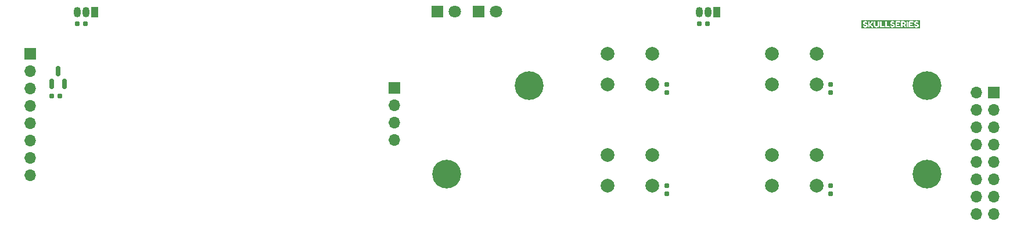
<source format=gts>
G04 #@! TF.GenerationSoftware,KiCad,Pcbnew,(5.99.0-10527-gaaffd0c137)*
G04 #@! TF.CreationDate,2021-08-05T16:46:22-04:00*
G04 #@! TF.ProjectId,miBlackSVR_Top,6d69426c-6163-46b5-9356-525f546f702e,rev?*
G04 #@! TF.SameCoordinates,Original*
G04 #@! TF.FileFunction,Soldermask,Top*
G04 #@! TF.FilePolarity,Negative*
%FSLAX46Y46*%
G04 Gerber Fmt 4.6, Leading zero omitted, Abs format (unit mm)*
G04 Created by KiCad (PCBNEW (5.99.0-10527-gaaffd0c137)) date 2021-08-05 16:46:22*
%MOMM*%
%LPD*%
G01*
G04 APERTURE LIST*
G04 Aperture macros list*
%AMRoundRect*
0 Rectangle with rounded corners*
0 $1 Rounding radius*
0 $2 $3 $4 $5 $6 $7 $8 $9 X,Y pos of 4 corners*
0 Add a 4 corners polygon primitive as box body*
4,1,4,$2,$3,$4,$5,$6,$7,$8,$9,$2,$3,0*
0 Add four circle primitives for the rounded corners*
1,1,$1+$1,$2,$3*
1,1,$1+$1,$4,$5*
1,1,$1+$1,$6,$7*
1,1,$1+$1,$8,$9*
0 Add four rect primitives between the rounded corners*
20,1,$1+$1,$2,$3,$4,$5,0*
20,1,$1+$1,$4,$5,$6,$7,0*
20,1,$1+$1,$6,$7,$8,$9,0*
20,1,$1+$1,$8,$9,$2,$3,0*%
G04 Aperture macros list end*
%ADD10RoundRect,0.160000X0.160000X-0.197500X0.160000X0.197500X-0.160000X0.197500X-0.160000X-0.197500X0*%
%ADD11RoundRect,0.160000X0.197500X0.160000X-0.197500X0.160000X-0.197500X-0.160000X0.197500X-0.160000X0*%
%ADD12C,2.000000*%
%ADD13C,4.203200*%
%ADD14R,1.800000X1.800000*%
%ADD15C,1.800000*%
%ADD16R,1.700000X1.700000*%
%ADD17O,1.700000X1.700000*%
%ADD18RoundRect,0.150000X0.150000X-0.587500X0.150000X0.587500X-0.150000X0.587500X-0.150000X-0.587500X0*%
%ADD19RoundRect,0.160000X-0.197500X-0.160000X0.197500X-0.160000X0.197500X0.160000X-0.197500X0.160000X0*%
%ADD20R,1.050000X1.500000*%
%ADD21O,1.050000X1.500000*%
G04 APERTURE END LIST*
G36*
X255783660Y-69533785D02*
G01*
X255820490Y-69618240D01*
X255783660Y-69702060D01*
X255710000Y-69730000D01*
X255547440Y-69730000D01*
X255547440Y-69505210D01*
X255707460Y-69505210D01*
X255783660Y-69533785D01*
G37*
G36*
X249576126Y-69160000D02*
G01*
X258130000Y-69160000D01*
X258130000Y-70333056D01*
X249576126Y-70333056D01*
X249576126Y-70008148D01*
X249787793Y-70008148D01*
X249820813Y-70081173D01*
X249832243Y-70095143D01*
X249869073Y-70133878D01*
X249926223Y-70173883D01*
X250012583Y-70210078D01*
X250067510Y-70221032D01*
X250125613Y-70224683D01*
X250201954Y-70217204D01*
X250275191Y-70194767D01*
X250345323Y-70157373D01*
X250393583Y-70115939D01*
X250431683Y-70060218D01*
X250456448Y-69992432D01*
X250464703Y-69914803D01*
X250456607Y-69838762D01*
X250432318Y-69775738D01*
X250395964Y-69727637D01*
X250351673Y-69696363D01*
X250301190Y-69675249D01*
X250246263Y-69657628D01*
X250191335Y-69643817D01*
X250140853Y-69634133D01*
X250060208Y-69604923D01*
X250027823Y-69548408D01*
X250055128Y-69493798D01*
X250123708Y-69474113D01*
X250191653Y-69490623D01*
X250211338Y-69507133D01*
X250225943Y-69519833D01*
X250291983Y-69545233D01*
X250337068Y-69529358D01*
X250380883Y-69481733D01*
X250411363Y-69411883D01*
X250399311Y-69392833D01*
X250547253Y-69392833D01*
X250547253Y-70098953D01*
X250554873Y-70163723D01*
X250588528Y-70199918D01*
X250659013Y-70211983D01*
X250724418Y-70203411D01*
X250758073Y-70177693D01*
X250770138Y-70144673D01*
X250772043Y-70100223D01*
X250772043Y-69852573D01*
X251051443Y-70171343D01*
X251129548Y-70224683D01*
X251212733Y-70180868D01*
X251263533Y-70104668D01*
X251221623Y-70025293D01*
X251173919Y-69972509D01*
X251112085Y-69908136D01*
X251036124Y-69832174D01*
X250946033Y-69744623D01*
X250996833Y-69696363D01*
X251069223Y-69626037D01*
X251131453Y-69563648D01*
X251183523Y-69509197D01*
X251225433Y-69462683D01*
X251260069Y-69392833D01*
X251358783Y-69392833D01*
X251358783Y-69775103D01*
X251365212Y-69857971D01*
X251384500Y-69936393D01*
X251416647Y-70010371D01*
X251461653Y-70079903D01*
X251518644Y-70139593D01*
X251590558Y-70186583D01*
X251674378Y-70217063D01*
X251767088Y-70227223D01*
X251859957Y-70217222D01*
X251944253Y-70187218D01*
X252016960Y-70141022D01*
X252075063Y-70082443D01*
X252120624Y-70011958D01*
X252153168Y-69937663D01*
X252172694Y-69859558D01*
X252179203Y-69777643D01*
X252179203Y-69394103D01*
X252179056Y-69392833D01*
X252280803Y-69392833D01*
X252280803Y-70098953D01*
X252288423Y-70163723D01*
X252322078Y-70199918D01*
X252392563Y-70211983D01*
X252849763Y-70211983D01*
X252915803Y-70199283D01*
X252937393Y-70171343D01*
X252943743Y-70117368D01*
X252937393Y-70063393D01*
X252911993Y-70033548D01*
X252851033Y-70024023D01*
X252505593Y-70024023D01*
X252505593Y-69394103D01*
X252505471Y-69392833D01*
X253026293Y-69392833D01*
X253026293Y-70098953D01*
X253033913Y-70163723D01*
X253067568Y-70199918D01*
X253138053Y-70211983D01*
X253595253Y-70211983D01*
X253661293Y-70199283D01*
X253682883Y-70171343D01*
X253689233Y-70117368D01*
X253682883Y-70063393D01*
X253657483Y-70033548D01*
X253596523Y-70024023D01*
X253251083Y-70024023D01*
X253251083Y-70008148D01*
X253752733Y-70008148D01*
X253785753Y-70081173D01*
X253797183Y-70095143D01*
X253834013Y-70133878D01*
X253891163Y-70173883D01*
X253977523Y-70210078D01*
X254032451Y-70221032D01*
X254090553Y-70224683D01*
X254166894Y-70217204D01*
X254240131Y-70194767D01*
X254310263Y-70157373D01*
X254358523Y-70115939D01*
X254396623Y-70060218D01*
X254421388Y-69992432D01*
X254429643Y-69914803D01*
X254421547Y-69838762D01*
X254397258Y-69775738D01*
X254360904Y-69727637D01*
X254316613Y-69696363D01*
X254266131Y-69675249D01*
X254211203Y-69657628D01*
X254156276Y-69643817D01*
X254105793Y-69634133D01*
X254025148Y-69604923D01*
X253992763Y-69548408D01*
X254020068Y-69493798D01*
X254088648Y-69474113D01*
X254156593Y-69490623D01*
X254176278Y-69507133D01*
X254190883Y-69519833D01*
X254256923Y-69545233D01*
X254302008Y-69529358D01*
X254345823Y-69481733D01*
X254376303Y-69411883D01*
X254364251Y-69392833D01*
X254512193Y-69392833D01*
X254512193Y-70098953D01*
X254519813Y-70163723D01*
X254553468Y-70199918D01*
X254623953Y-70211983D01*
X255126873Y-70211983D01*
X255192913Y-70204363D01*
X255228156Y-70170708D01*
X255239903Y-70100223D01*
X255231331Y-70034818D01*
X255205613Y-70001163D01*
X255171958Y-69989098D01*
X255128143Y-69987193D01*
X254736983Y-69987193D01*
X254736983Y-69858923D01*
X254985903Y-69858923D01*
X255051943Y-69851303D01*
X255088138Y-69817648D01*
X255100203Y-69747163D01*
X255091631Y-69681758D01*
X255065913Y-69648103D01*
X255032258Y-69636038D01*
X254988443Y-69634133D01*
X254736983Y-69634133D01*
X254736983Y-69505863D01*
X255126873Y-69505863D01*
X255192913Y-69498243D01*
X255228156Y-69464588D01*
X255239903Y-69394103D01*
X255239737Y-69392833D01*
X255322453Y-69392833D01*
X255322453Y-70097683D01*
X255330073Y-70163723D01*
X255363728Y-70198966D01*
X255434213Y-70210713D01*
X255499618Y-70202141D01*
X255533273Y-70176423D01*
X255545338Y-70142768D01*
X255547243Y-70098953D01*
X255547243Y-69955443D01*
X255707263Y-69955443D01*
X255746633Y-69952903D01*
X255796022Y-70069884D01*
X255829042Y-70146507D01*
X255845693Y-70182773D01*
X255869188Y-70207538D01*
X255909828Y-70219603D01*
X255975233Y-70201823D01*
X256034288Y-70164993D01*
X256053973Y-70120543D01*
X256047745Y-70098953D01*
X256123823Y-70098953D01*
X256131443Y-70163723D01*
X256165098Y-70199918D01*
X256235583Y-70211983D01*
X256300988Y-70203411D01*
X256334643Y-70177693D01*
X256346708Y-70144673D01*
X256348613Y-70100223D01*
X256348613Y-69394103D01*
X256348491Y-69392833D01*
X256450213Y-69392833D01*
X256450213Y-70098953D01*
X256457833Y-70163723D01*
X256491488Y-70199918D01*
X256561973Y-70211983D01*
X257064893Y-70211983D01*
X257130933Y-70204363D01*
X257166176Y-70170708D01*
X257177923Y-70100223D01*
X257169351Y-70034818D01*
X257148971Y-70008148D01*
X257241423Y-70008148D01*
X257274443Y-70081173D01*
X257285873Y-70095143D01*
X257322703Y-70133878D01*
X257379853Y-70173883D01*
X257466213Y-70210078D01*
X257521141Y-70221032D01*
X257579243Y-70224683D01*
X257655584Y-70217204D01*
X257728821Y-70194767D01*
X257798953Y-70157373D01*
X257847213Y-70115939D01*
X257885313Y-70060218D01*
X257910078Y-69992432D01*
X257918333Y-69914803D01*
X257910237Y-69838762D01*
X257885948Y-69775738D01*
X257849594Y-69727637D01*
X257805303Y-69696363D01*
X257754821Y-69675249D01*
X257699893Y-69657628D01*
X257644966Y-69643817D01*
X257594483Y-69634133D01*
X257513838Y-69604923D01*
X257481453Y-69548408D01*
X257508758Y-69493798D01*
X257577338Y-69474113D01*
X257645283Y-69490623D01*
X257664968Y-69507133D01*
X257679573Y-69519833D01*
X257745613Y-69545233D01*
X257790698Y-69529358D01*
X257834513Y-69481733D01*
X257864993Y-69411883D01*
X257825623Y-69349653D01*
X257793873Y-69325523D01*
X257706878Y-69285518D01*
X257640679Y-69270754D01*
X257567813Y-69265833D01*
X257478842Y-69275076D01*
X257403277Y-69302804D01*
X257341118Y-69349018D01*
X257294904Y-69407650D01*
X257267176Y-69472631D01*
X257257933Y-69543963D01*
X257266029Y-69619369D01*
X257290318Y-69683028D01*
X257326672Y-69733034D01*
X257370963Y-69767483D01*
X257421128Y-69792407D01*
X257475103Y-69813838D01*
X257529078Y-69830824D01*
X257579243Y-69842413D01*
X257659888Y-69870988D01*
X257692273Y-69919883D01*
X257679150Y-69973505D01*
X257639780Y-70005679D01*
X257574163Y-70016403D01*
X257513203Y-69996718D01*
X257462403Y-69955443D01*
X257405888Y-69907818D01*
X257363343Y-69891943D01*
X257296033Y-69922423D01*
X257255076Y-69970524D01*
X257241423Y-70008148D01*
X257148971Y-70008148D01*
X257143633Y-70001163D01*
X257109978Y-69989098D01*
X257066163Y-69987193D01*
X256675003Y-69987193D01*
X256675003Y-69858923D01*
X256923923Y-69858923D01*
X256989963Y-69851303D01*
X257026158Y-69817648D01*
X257038223Y-69747163D01*
X257029651Y-69681758D01*
X257003933Y-69648103D01*
X256970278Y-69636038D01*
X256926463Y-69634133D01*
X256675003Y-69634133D01*
X256675003Y-69505863D01*
X257064893Y-69505863D01*
X257130933Y-69498243D01*
X257166176Y-69464588D01*
X257177923Y-69394103D01*
X257169351Y-69328698D01*
X257143633Y-69295043D01*
X257109978Y-69282978D01*
X257066163Y-69281073D01*
X256565783Y-69281073D01*
X256474343Y-69304568D01*
X256450213Y-69392833D01*
X256348491Y-69392833D01*
X256342263Y-69328063D01*
X256307656Y-69292820D01*
X256236853Y-69281073D01*
X256171448Y-69289645D01*
X256137793Y-69315363D01*
X256125728Y-69349018D01*
X256123823Y-69392833D01*
X256123823Y-70098953D01*
X256047745Y-70098953D01*
X256034923Y-70054503D01*
X255999363Y-69973646D01*
X255970576Y-69907183D01*
X255948563Y-69855113D01*
X256001480Y-69787662D01*
X256033230Y-69708922D01*
X256043813Y-69618893D01*
X256035558Y-69540153D01*
X256010793Y-69469033D01*
X255973328Y-69408708D01*
X255926973Y-69362353D01*
X255855994Y-69317197D01*
X255783604Y-69290104D01*
X255709803Y-69281073D01*
X255435483Y-69281073D01*
X255370078Y-69289645D01*
X255336423Y-69315363D01*
X255324358Y-69349018D01*
X255322453Y-69392833D01*
X255239737Y-69392833D01*
X255231331Y-69328698D01*
X255205613Y-69295043D01*
X255171958Y-69282978D01*
X255128143Y-69281073D01*
X254627763Y-69281073D01*
X254536323Y-69304568D01*
X254512193Y-69392833D01*
X254364251Y-69392833D01*
X254336933Y-69349653D01*
X254305183Y-69325523D01*
X254218188Y-69285518D01*
X254151989Y-69270754D01*
X254079123Y-69265833D01*
X253990152Y-69275076D01*
X253914587Y-69302804D01*
X253852428Y-69349018D01*
X253806214Y-69407650D01*
X253778486Y-69472631D01*
X253769243Y-69543963D01*
X253777339Y-69619369D01*
X253801628Y-69683028D01*
X253837982Y-69733034D01*
X253882273Y-69767483D01*
X253932438Y-69792407D01*
X253986413Y-69813838D01*
X254040388Y-69830824D01*
X254090553Y-69842413D01*
X254171198Y-69870988D01*
X254203583Y-69919883D01*
X254190460Y-69973505D01*
X254151090Y-70005679D01*
X254085473Y-70016403D01*
X254024513Y-69996718D01*
X253973713Y-69955443D01*
X253917198Y-69907818D01*
X253874653Y-69891943D01*
X253807343Y-69922423D01*
X253766385Y-69970524D01*
X253752733Y-70008148D01*
X253251083Y-70008148D01*
X253251083Y-69394103D01*
X253244733Y-69328063D01*
X253210125Y-69292820D01*
X253139323Y-69281073D01*
X253073918Y-69289645D01*
X253040263Y-69315363D01*
X253028198Y-69349018D01*
X253026293Y-69392833D01*
X252505471Y-69392833D01*
X252499243Y-69328063D01*
X252464635Y-69292820D01*
X252393833Y-69281073D01*
X252328428Y-69289645D01*
X252294773Y-69315363D01*
X252282708Y-69349018D01*
X252280803Y-69392833D01*
X252179056Y-69392833D01*
X252171583Y-69328063D01*
X252155073Y-69301393D01*
X252122053Y-69286153D01*
X252064268Y-69279803D01*
X252003943Y-69287423D01*
X251967113Y-69315363D01*
X251954413Y-69385213D01*
X251954413Y-69773833D01*
X251942983Y-69858606D01*
X251908693Y-69932583D01*
X251851225Y-69984018D01*
X251770263Y-70001163D01*
X251680093Y-69979573D01*
X251622943Y-69922423D01*
X251594368Y-69850668D01*
X251584843Y-69775103D01*
X251584843Y-69394103D01*
X251569603Y-69314093D01*
X251536583Y-69287423D01*
X251471813Y-69279803D01*
X251407043Y-69287423D01*
X251372753Y-69314093D01*
X251360688Y-69347748D01*
X251358783Y-69392833D01*
X251260069Y-69392833D01*
X251263533Y-69385848D01*
X251212733Y-69309648D01*
X251128913Y-69265833D01*
X251051443Y-69317903D01*
X251006129Y-69370481D01*
X250955533Y-69428647D01*
X250899653Y-69492401D01*
X250838489Y-69561743D01*
X250772043Y-69636673D01*
X250772043Y-69394103D01*
X250765693Y-69328063D01*
X250731085Y-69292820D01*
X250660283Y-69281073D01*
X250594878Y-69289645D01*
X250561223Y-69315363D01*
X250549158Y-69349018D01*
X250547253Y-69392833D01*
X250399311Y-69392833D01*
X250371993Y-69349653D01*
X250340243Y-69325523D01*
X250253248Y-69285518D01*
X250187049Y-69270754D01*
X250114183Y-69265833D01*
X250025212Y-69275076D01*
X249949647Y-69302804D01*
X249887488Y-69349018D01*
X249841274Y-69407650D01*
X249813546Y-69472631D01*
X249804303Y-69543963D01*
X249812399Y-69619369D01*
X249836688Y-69683028D01*
X249873042Y-69733034D01*
X249917333Y-69767483D01*
X249967498Y-69792407D01*
X250021473Y-69813838D01*
X250075448Y-69830824D01*
X250125613Y-69842413D01*
X250206258Y-69870988D01*
X250238643Y-69919883D01*
X250225520Y-69973505D01*
X250186150Y-70005679D01*
X250120533Y-70016403D01*
X250059573Y-69996718D01*
X250008773Y-69955443D01*
X249952258Y-69907818D01*
X249909713Y-69891943D01*
X249842403Y-69922423D01*
X249801445Y-69970524D01*
X249787793Y-70008148D01*
X249576126Y-70008148D01*
X249576126Y-69160000D01*
G37*
D10*
X221190000Y-79757500D03*
X221190000Y-78562500D03*
D11*
X136447500Y-69660000D03*
X135252500Y-69660000D03*
D12*
X243000000Y-88850000D03*
X236500000Y-88850000D03*
X236500000Y-93350000D03*
X243000000Y-93350000D03*
D13*
X259100000Y-78700000D03*
X201100000Y-78700000D03*
D14*
X187775000Y-67900000D03*
D15*
X190315000Y-67900000D03*
D16*
X181450000Y-79110000D03*
D17*
X181450000Y-81650000D03*
X181450000Y-84190000D03*
X181450000Y-86730000D03*
D18*
X131500000Y-78457500D03*
X133400000Y-78457500D03*
X132450000Y-76582500D03*
D12*
X219050000Y-74100000D03*
X212550000Y-74100000D03*
X212550000Y-78600000D03*
X219050000Y-78600000D03*
D10*
X245080000Y-79787500D03*
X245080000Y-78592500D03*
D11*
X227147500Y-69660000D03*
X225952500Y-69660000D03*
D16*
X128400000Y-74035000D03*
D17*
X128400000Y-76575000D03*
X128400000Y-79115000D03*
X128400000Y-81655000D03*
X128400000Y-84195000D03*
X128400000Y-86735000D03*
X128400000Y-89275000D03*
X128400000Y-91815000D03*
D12*
X219050000Y-88850000D03*
X212550000Y-88850000D03*
X219050000Y-93350000D03*
X212550000Y-93350000D03*
X243000000Y-74100000D03*
X236500000Y-74100000D03*
X236500000Y-78600000D03*
X243000000Y-78600000D03*
D13*
X259100000Y-91700000D03*
D19*
X131512500Y-80260000D03*
X132707500Y-80260000D03*
D10*
X245110000Y-94567500D03*
X245110000Y-93372500D03*
D13*
X189100000Y-91700000D03*
D10*
X221190000Y-94567500D03*
X221190000Y-93372500D03*
D14*
X193787500Y-67900000D03*
D15*
X196327500Y-67900000D03*
D16*
X268840000Y-79720000D03*
D17*
X266300000Y-79720000D03*
X268840000Y-82260000D03*
X266300000Y-82260000D03*
X268840000Y-84800000D03*
X266300000Y-84800000D03*
X268840000Y-87340000D03*
X266300000Y-87340000D03*
X268840000Y-89880000D03*
X266300000Y-89880000D03*
X268840000Y-92420000D03*
X266300000Y-92420000D03*
X268840000Y-94960000D03*
X266300000Y-94960000D03*
X268840000Y-97500000D03*
X266300000Y-97500000D03*
D20*
X137800000Y-68000000D03*
D21*
X136530000Y-68000000D03*
X135260000Y-68000000D03*
D20*
X228500000Y-68000000D03*
D21*
X227230000Y-68000000D03*
X225960000Y-68000000D03*
M02*

</source>
